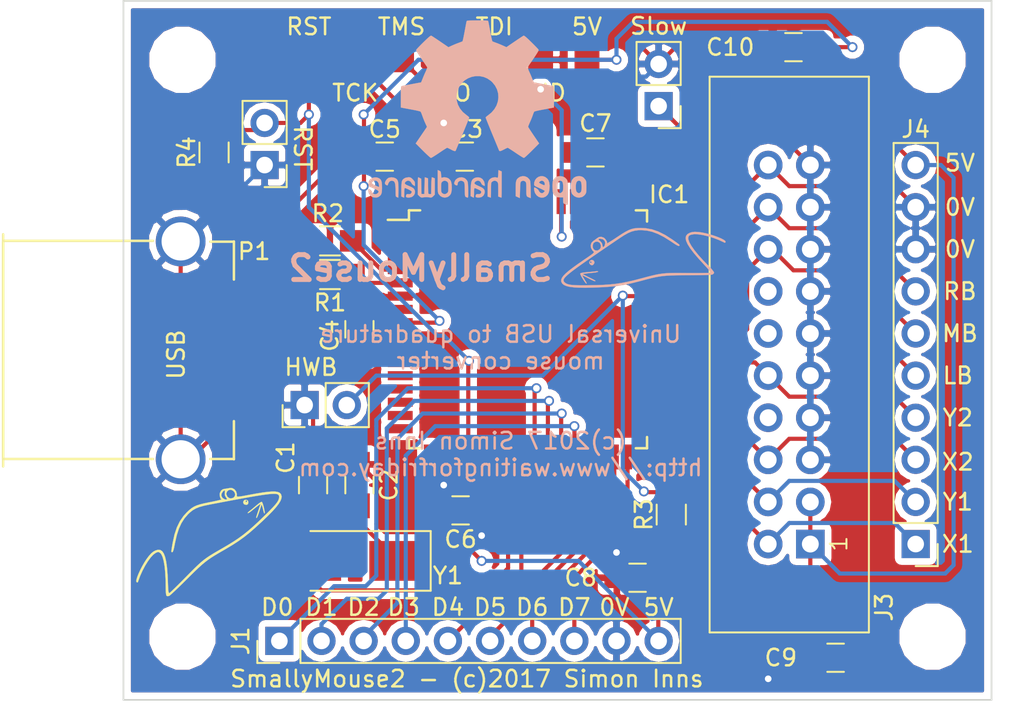
<source format=kicad_pcb>
(kicad_pcb (version 4) (host pcbnew 4.0.6)
  (layers (0 F.Cu signal) (31 B.Cu signal) (34 B.Paste user) (35 F.Paste user) (36 B.SilkS user) (37 F.SilkS user) (38 B.Mask user) (39 F.Mask user) (44 Edge.Cuts user))
  (net 0 "")
  (net 1 "Net-(C1-Pad1)")
  (net 2 GND)
  (net 3 "Net-(C2-Pad1)")
  (net 4 "Net-(C3-Pad1)")
  (net 5 "Net-(C4-Pad1)")
  (net 6 +5V)
  (net 7 "Net-(IC1-Pad1)")
  (net 8 "Net-(IC1-Pad2)")
  (net 9 "Net-(IC1-Pad4)")
  (net 10 "Net-(IC1-Pad5)")
  (net 11 "Net-(IC1-Pad9)")
  (net 12 "Net-(IC1-Pad10)")
  (net 13 "Net-(IC1-Pad11)")
  (net 14 "Net-(IC1-Pad12)")
  (net 15 "Net-(IC1-Pad13)")
  (net 16 "Net-(IC1-Pad14)")
  (net 17 "Net-(IC1-Pad15)")
  (net 18 "Net-(IC1-Pad16)")
  (net 19 "Net-(IC1-Pad17)")
  (net 20 "Net-(IC1-Pad18)")
  (net 21 "Net-(IC1-Pad19)")
  (net 22 "Net-(IC1-Pad20)")
  (net 23 "Net-(IC1-Pad25)")
  (net 24 "Net-(IC1-Pad26)")
  (net 25 "Net-(IC1-Pad27)")
  (net 26 "Net-(IC1-Pad28)")
  (net 27 "Net-(IC1-Pad29)")
  (net 28 "Net-(IC1-Pad30)")
  (net 29 "Net-(IC1-Pad31)")
  (net 30 "Net-(IC1-Pad32)")
  (net 31 "Net-(IC1-Pad33)")
  (net 32 "Net-(IC1-Pad34)")
  (net 33 X1)
  (net 34 Y1)
  (net 35 X2)
  (net 36 Y2)
  (net 37 L_Button)
  (net 38 M_Button)
  (net 39 R_Button)
  (net 40 "Net-(IC1-Pad42)")
  (net 41 "Net-(IC1-Pad43)")
  (net 42 "Net-(IC1-Pad44)")
  (net 43 "Net-(IC1-Pad45)")
  (net 44 "Net-(IC1-Pad46)")
  (net 45 "Net-(IC1-Pad47)")
  (net 46 "Net-(IC1-Pad48)")
  (net 47 "Net-(IC1-Pad49)")
  (net 48 "Net-(IC1-Pad50)")
  (net 49 "Net-(IC1-Pad51)")
  (net 50 "Net-(IC1-Pad54)")
  (net 51 "Net-(IC1-Pad55)")
  (net 52 "Net-(IC1-Pad56)")
  (net 53 "Net-(IC1-Pad57)")
  (net 54 "Net-(IC1-Pad58)")
  (net 55 "Net-(IC1-Pad59)")
  (net 56 "Net-(IC1-Pad60)")
  (net 57 "Net-(IC1-Pad61)")
  (net 58 "Net-(J3-Pad8)")
  (net 59 "Net-(J3-Pad12)")
  (net 60 "Net-(J3-Pad14)")
  (net 61 "Net-(P1-Pad3)")
  (net 62 "Net-(P1-Pad2)")
  (module SimonsFPLibrary2017:sm2logo (layer F.Cu) (at 125.857 112.522 45)
    (fp_text reference G*** hide)
    (fp_text value LOGO hide)
  )
  (module Capacitors_SMD:C_0805_HandSoldering (layer F.Cu) (at 132.334 109.474 90)
    (fp_text reference C1 (at 1.651 -1.651 90) (layer F.SilkS))
    (fp_text value 22pF)
    (pad 1 smd rect (at -1.25 0 90) (size 1.5 1.25) (layers F.Cu F.Paste F.Mask) (net 1 "Net-(C1-Pad1)"))
    (pad 2 smd rect (at 1.25 0 90) (size 1.5 1.25) (layers F.Cu F.Paste F.Mask) (net 2 GND))
  )
  (module Capacitors_SMD:C_0805_HandSoldering (layer F.Cu) (at 135.128 109.474 90)
    (fp_text reference C2 (at 0 1.778 90) (layer F.SilkS))
    (fp_text value 22pF)
    (pad 1 smd rect (at -1.25 0 90) (size 1.5 1.25) (layers F.Cu F.Paste F.Mask) (net 3 "Net-(C2-Pad1)"))
    (pad 2 smd rect (at 1.25 0 90) (size 1.5 1.25) (layers F.Cu F.Paste F.Mask) (net 2 GND))
  )
  (module Capacitors_SMD:C_0805_HandSoldering (layer F.Cu) (at 141.478 89.662 180)
    (fp_text reference C3 (at -0.127 1.651 180) (layer F.SilkS))
    (fp_text value 100nF)
    (pad 1 smd rect (at -1.25 0 180) (size 1.5 1.25) (layers F.Cu F.Paste F.Mask) (net 4 "Net-(C3-Pad1)"))
    (pad 2 smd rect (at 1.25 0 180) (size 1.5 1.25) (layers F.Cu F.Paste F.Mask) (net 2 GND))
  )
  (module Capacitors_SMD:C_0805_HandSoldering (layer F.Cu) (at 135.128 100.076 90)
    (fp_text reference C4 (at -0.381 -1.778 90) (layer F.SilkS))
    (fp_text value 1uF)
    (pad 1 smd rect (at -1.25 0 90) (size 1.5 1.25) (layers F.Cu F.Paste F.Mask) (net 5 "Net-(C4-Pad1)"))
    (pad 2 smd rect (at 1.25 0 90) (size 1.5 1.25) (layers F.Cu F.Paste F.Mask) (net 2 GND))
  )
  (module Capacitors_SMD:C_0805_HandSoldering (layer F.Cu) (at 136.652 89.662 180)
    (fp_text reference C5 (at 0 1.651 180) (layer F.SilkS))
    (fp_text value 100nF)
    (pad 1 smd rect (at -1.25 0 180) (size 1.5 1.25) (layers F.Cu F.Paste F.Mask) (net 2 GND))
    (pad 2 smd rect (at 1.25 0 180) (size 1.5 1.25) (layers F.Cu F.Paste F.Mask) (net 6 +5V))
  )
  (module Capacitors_SMD:C_0805_HandSoldering (layer F.Cu) (at 141.224 110.998 180)
    (fp_text reference C6 (at 0 -1.75 180) (layer F.SilkS))
    (fp_text value 100nF)
    (pad 1 smd rect (at -1.25 0 180) (size 1.5 1.25) (layers F.Cu F.Paste F.Mask) (net 2 GND))
    (pad 2 smd rect (at 1.25 0 180) (size 1.5 1.25) (layers F.Cu F.Paste F.Mask) (net 6 +5V))
  )
  (module Capacitors_SMD:C_0805_HandSoldering (layer F.Cu) (at 149.352 89.408)
    (fp_text reference C7 (at 0 -1.75) (layer F.SilkS))
    (fp_text value 100nF)
    (pad 1 smd rect (at -1.25 0) (size 1.5 1.25) (layers F.Cu F.Paste F.Mask) (net 2 GND))
    (pad 2 smd rect (at 1.25 0) (size 1.5 1.25) (layers F.Cu F.Paste F.Mask) (net 6 +5V))
  )
  (module Capacitors_SMD:C_0805_HandSoldering (layer F.Cu) (at 151.892 115.062)
    (fp_text reference C8 (at -3.429 0) (layer F.SilkS))
    (fp_text value 100nF)
    (pad 1 smd rect (at -1.25 0) (size 1.5 1.25) (layers F.Cu F.Paste F.Mask) (net 2 GND))
    (pad 2 smd rect (at 1.25 0) (size 1.5 1.25) (layers F.Cu F.Paste F.Mask) (net 6 +5V))
  )
  (module Capacitors_SMD:C_0805_HandSoldering (layer F.Cu) (at 163.83 119.888 180)
    (fp_text reference C9 (at 3.302 0 180) (layer F.SilkS))
    (fp_text value 100nF)
    (pad 1 smd rect (at -1.25 0 180) (size 1.5 1.25) (layers F.Cu F.Paste F.Mask) (net 2 GND))
    (pad 2 smd rect (at 1.25 0 180) (size 1.5 1.25) (layers F.Cu F.Paste F.Mask) (net 6 +5V))
  )
  (module Capacitors_SMD:C_0805_HandSoldering (layer F.Cu) (at 161.29 83.058)
    (fp_text reference C10 (at -3.81 0) (layer F.SilkS))
    (fp_text value 100nF)
    (pad 1 smd rect (at -1.25 0) (size 1.5 1.25) (layers F.Cu F.Paste F.Mask) (net 2 GND))
    (pad 2 smd rect (at 1.25 0) (size 1.5 1.25) (layers F.Cu F.Paste F.Mask) (net 6 +5V))
  )
  (module Housings_QFP:TQFP-64_14x14mm_Pitch0.8mm (layer F.Cu) (at 145.288 100.076)
    (fp_text reference IC1 (at 8.509 -8.128) (layer F.SilkS))
    (fp_text value AT90USB1287)
    (pad 1 smd rect (at -7.7 -6) (size 1.5 0.55) (layers F.Cu F.Paste F.Mask) (net 7 "Net-(IC1-Pad1)"))
    (pad 2 smd rect (at -7.7 -5.2) (size 1.5 0.55) (layers F.Cu F.Paste F.Mask) (net 8 "Net-(IC1-Pad2)"))
    (pad 3 smd rect (at -7.7 -4.4) (size 1.5 0.55) (layers F.Cu F.Paste F.Mask) (net 6 +5V))
    (pad 4 smd rect (at -7.7 -3.6) (size 1.5 0.55) (layers F.Cu F.Paste F.Mask) (net 9 "Net-(IC1-Pad4)"))
    (pad 5 smd rect (at -7.7 -2.8) (size 1.5 0.55) (layers F.Cu F.Paste F.Mask) (net 10 "Net-(IC1-Pad5)"))
    (pad 6 smd rect (at -7.7 -2) (size 1.5 0.55) (layers F.Cu F.Paste F.Mask) (net 2 GND))
    (pad 7 smd rect (at -7.7 -1.2) (size 1.5 0.55) (layers F.Cu F.Paste F.Mask) (net 5 "Net-(C4-Pad1)"))
    (pad 8 smd rect (at -7.7 -0.4) (size 1.5 0.55) (layers F.Cu F.Paste F.Mask) (net 6 +5V))
    (pad 9 smd rect (at -7.7 0.4) (size 1.5 0.55) (layers F.Cu F.Paste F.Mask) (net 11 "Net-(IC1-Pad9)"))
    (pad 10 smd rect (at -7.7 1.2) (size 1.5 0.55) (layers F.Cu F.Paste F.Mask) (net 12 "Net-(IC1-Pad10)"))
    (pad 11 smd rect (at -7.7 2) (size 1.5 0.55) (layers F.Cu F.Paste F.Mask) (net 13 "Net-(IC1-Pad11)"))
    (pad 12 smd rect (at -7.7 2.8) (size 1.5 0.55) (layers F.Cu F.Paste F.Mask) (net 14 "Net-(IC1-Pad12)"))
    (pad 13 smd rect (at -7.7 3.6) (size 1.5 0.55) (layers F.Cu F.Paste F.Mask) (net 15 "Net-(IC1-Pad13)"))
    (pad 14 smd rect (at -7.7 4.4) (size 1.5 0.55) (layers F.Cu F.Paste F.Mask) (net 16 "Net-(IC1-Pad14)"))
    (pad 15 smd rect (at -7.7 5.2) (size 1.5 0.55) (layers F.Cu F.Paste F.Mask) (net 17 "Net-(IC1-Pad15)"))
    (pad 16 smd rect (at -7.7 6) (size 1.5 0.55) (layers F.Cu F.Paste F.Mask) (net 18 "Net-(IC1-Pad16)"))
    (pad 17 smd rect (at -6 7.7 90) (size 1.5 0.55) (layers F.Cu F.Paste F.Mask) (net 19 "Net-(IC1-Pad17)"))
    (pad 18 smd rect (at -5.2 7.7 90) (size 1.5 0.55) (layers F.Cu F.Paste F.Mask) (net 20 "Net-(IC1-Pad18)"))
    (pad 19 smd rect (at -4.4 7.7 90) (size 1.5 0.55) (layers F.Cu F.Paste F.Mask) (net 21 "Net-(IC1-Pad19)"))
    (pad 20 smd rect (at -3.6 7.7 90) (size 1.5 0.55) (layers F.Cu F.Paste F.Mask) (net 22 "Net-(IC1-Pad20)"))
    (pad 21 smd rect (at -2.8 7.7 90) (size 1.5 0.55) (layers F.Cu F.Paste F.Mask) (net 6 +5V))
    (pad 22 smd rect (at -2 7.7 90) (size 1.5 0.55) (layers F.Cu F.Paste F.Mask) (net 2 GND))
    (pad 23 smd rect (at -1.2 7.7 90) (size 1.5 0.55) (layers F.Cu F.Paste F.Mask) (net 3 "Net-(C2-Pad1)"))
    (pad 24 smd rect (at -0.4 7.7 90) (size 1.5 0.55) (layers F.Cu F.Paste F.Mask) (net 1 "Net-(C1-Pad1)"))
    (pad 25 smd rect (at 0.4 7.7 90) (size 1.5 0.55) (layers F.Cu F.Paste F.Mask) (net 23 "Net-(IC1-Pad25)"))
    (pad 26 smd rect (at 1.2 7.7 90) (size 1.5 0.55) (layers F.Cu F.Paste F.Mask) (net 24 "Net-(IC1-Pad26)"))
    (pad 27 smd rect (at 2 7.7 90) (size 1.5 0.55) (layers F.Cu F.Paste F.Mask) (net 25 "Net-(IC1-Pad27)"))
    (pad 28 smd rect (at 2.8 7.7 90) (size 1.5 0.55) (layers F.Cu F.Paste F.Mask) (net 26 "Net-(IC1-Pad28)"))
    (pad 29 smd rect (at 3.6 7.7 90) (size 1.5 0.55) (layers F.Cu F.Paste F.Mask) (net 27 "Net-(IC1-Pad29)"))
    (pad 30 smd rect (at 4.4 7.7 90) (size 1.5 0.55) (layers F.Cu F.Paste F.Mask) (net 28 "Net-(IC1-Pad30)"))
    (pad 31 smd rect (at 5.2 7.7 90) (size 1.5 0.55) (layers F.Cu F.Paste F.Mask) (net 29 "Net-(IC1-Pad31)"))
    (pad 32 smd rect (at 6 7.7 90) (size 1.5 0.55) (layers F.Cu F.Paste F.Mask) (net 30 "Net-(IC1-Pad32)"))
    (pad 33 smd rect (at 7.7 6) (size 1.5 0.55) (layers F.Cu F.Paste F.Mask) (net 31 "Net-(IC1-Pad33)"))
    (pad 34 smd rect (at 7.7 5.2) (size 1.5 0.55) (layers F.Cu F.Paste F.Mask) (net 32 "Net-(IC1-Pad34)"))
    (pad 35 smd rect (at 7.7 4.4) (size 1.5 0.55) (layers F.Cu F.Paste F.Mask) (net 33 X1))
    (pad 36 smd rect (at 7.7 3.6) (size 1.5 0.55) (layers F.Cu F.Paste F.Mask) (net 34 Y1))
    (pad 37 smd rect (at 7.7 2.8) (size 1.5 0.55) (layers F.Cu F.Paste F.Mask) (net 35 X2))
    (pad 38 smd rect (at 7.7 2) (size 1.5 0.55) (layers F.Cu F.Paste F.Mask) (net 36 Y2))
    (pad 39 smd rect (at 7.7 1.2) (size 1.5 0.55) (layers F.Cu F.Paste F.Mask) (net 37 L_Button))
    (pad 40 smd rect (at 7.7 0.4) (size 1.5 0.55) (layers F.Cu F.Paste F.Mask) (net 38 M_Button))
    (pad 41 smd rect (at 7.7 -0.4) (size 1.5 0.55) (layers F.Cu F.Paste F.Mask) (net 39 R_Button))
    (pad 42 smd rect (at 7.7 -1.2) (size 1.5 0.55) (layers F.Cu F.Paste F.Mask) (net 40 "Net-(IC1-Pad42)"))
    (pad 43 smd rect (at 7.7 -2) (size 1.5 0.55) (layers F.Cu F.Paste F.Mask) (net 41 "Net-(IC1-Pad43)"))
    (pad 44 smd rect (at 7.7 -2.8) (size 1.5 0.55) (layers F.Cu F.Paste F.Mask) (net 42 "Net-(IC1-Pad44)"))
    (pad 45 smd rect (at 7.7 -3.6) (size 1.5 0.55) (layers F.Cu F.Paste F.Mask) (net 43 "Net-(IC1-Pad45)"))
    (pad 46 smd rect (at 7.7 -4.4) (size 1.5 0.55) (layers F.Cu F.Paste F.Mask) (net 44 "Net-(IC1-Pad46)"))
    (pad 47 smd rect (at 7.7 -5.2) (size 1.5 0.55) (layers F.Cu F.Paste F.Mask) (net 45 "Net-(IC1-Pad47)"))
    (pad 48 smd rect (at 7.7 -6) (size 1.5 0.55) (layers F.Cu F.Paste F.Mask) (net 46 "Net-(IC1-Pad48)"))
    (pad 49 smd rect (at 6 -7.7 90) (size 1.5 0.55) (layers F.Cu F.Paste F.Mask) (net 47 "Net-(IC1-Pad49)"))
    (pad 50 smd rect (at 5.2 -7.7 90) (size 1.5 0.55) (layers F.Cu F.Paste F.Mask) (net 48 "Net-(IC1-Pad50)"))
    (pad 51 smd rect (at 4.4 -7.7 90) (size 1.5 0.55) (layers F.Cu F.Paste F.Mask) (net 49 "Net-(IC1-Pad51)"))
    (pad 52 smd rect (at 3.6 -7.7 90) (size 1.5 0.55) (layers F.Cu F.Paste F.Mask) (net 6 +5V))
    (pad 53 smd rect (at 2.8 -7.7 90) (size 1.5 0.55) (layers F.Cu F.Paste F.Mask) (net 2 GND))
    (pad 54 smd rect (at 2 -7.7 90) (size 1.5 0.55) (layers F.Cu F.Paste F.Mask) (net 50 "Net-(IC1-Pad54)"))
    (pad 55 smd rect (at 1.2 -7.7 90) (size 1.5 0.55) (layers F.Cu F.Paste F.Mask) (net 51 "Net-(IC1-Pad55)"))
    (pad 56 smd rect (at 0.4 -7.7 90) (size 1.5 0.55) (layers F.Cu F.Paste F.Mask) (net 52 "Net-(IC1-Pad56)"))
    (pad 57 smd rect (at -0.4 -7.7 90) (size 1.5 0.55) (layers F.Cu F.Paste F.Mask) (net 53 "Net-(IC1-Pad57)"))
    (pad 58 smd rect (at -1.2 -7.7 90) (size 1.5 0.55) (layers F.Cu F.Paste F.Mask) (net 54 "Net-(IC1-Pad58)"))
    (pad 59 smd rect (at -2 -7.7 90) (size 1.5 0.55) (layers F.Cu F.Paste F.Mask) (net 55 "Net-(IC1-Pad59)"))
    (pad 60 smd rect (at -2.8 -7.7 90) (size 1.5 0.55) (layers F.Cu F.Paste F.Mask) (net 56 "Net-(IC1-Pad60)"))
    (pad 61 smd rect (at -3.6 -7.7 90) (size 1.5 0.55) (layers F.Cu F.Paste F.Mask) (net 57 "Net-(IC1-Pad61)"))
    (pad 62 smd rect (at -4.4 -7.7 90) (size 1.5 0.55) (layers F.Cu F.Paste F.Mask) (net 4 "Net-(C3-Pad1)"))
    (pad 63 smd rect (at -5.2 -7.7 90) (size 1.5 0.55) (layers F.Cu F.Paste F.Mask) (net 2 GND))
    (pad 64 smd rect (at -6 -7.7 90) (size 1.5 0.55) (layers F.Cu F.Paste F.Mask) (net 6 +5V))
  )
  (module Pin_Headers:Pin_Header_Straight_1x10_Pitch2.54mm (layer F.Cu) (at 130.302 118.872 90)
    (fp_text reference J1 (at 0 -2.33 90) (layer F.SilkS))
    (fp_text value "Exp Header")
    (pad 1 thru_hole rect (at 0 0 90) (size 1.7 1.7) (drill 1) (layers *.Cu *.Mask) (net 23 "Net-(IC1-Pad25)"))
    (pad 2 thru_hole oval (at 0 2.54 90) (size 1.7 1.7) (drill 1) (layers *.Cu *.Mask) (net 24 "Net-(IC1-Pad26)"))
    (pad 3 thru_hole oval (at 0 5.08 90) (size 1.7 1.7) (drill 1) (layers *.Cu *.Mask) (net 25 "Net-(IC1-Pad27)"))
    (pad 4 thru_hole oval (at 0 7.62 90) (size 1.7 1.7) (drill 1) (layers *.Cu *.Mask) (net 26 "Net-(IC1-Pad28)"))
    (pad 5 thru_hole oval (at 0 10.16 90) (size 1.7 1.7) (drill 1) (layers *.Cu *.Mask) (net 27 "Net-(IC1-Pad29)"))
    (pad 6 thru_hole oval (at 0 12.7 90) (size 1.7 1.7) (drill 1) (layers *.Cu *.Mask) (net 28 "Net-(IC1-Pad30)"))
    (pad 7 thru_hole oval (at 0 15.24 90) (size 1.7 1.7) (drill 1) (layers *.Cu *.Mask) (net 29 "Net-(IC1-Pad31)"))
    (pad 8 thru_hole oval (at 0 17.78 90) (size 1.7 1.7) (drill 1) (layers *.Cu *.Mask) (net 30 "Net-(IC1-Pad32)"))
    (pad 9 thru_hole oval (at 0 20.32 90) (size 1.7 1.7) (drill 1) (layers *.Cu *.Mask) (net 2 GND))
    (pad 10 thru_hole oval (at 0 22.86 90) (size 1.7 1.7) (drill 1) (layers *.Cu *.Mask) (net 6 +5V))
  )
  (module Pin_Headers:Pin_Header_Straight_1x02_Pitch2.54mm (layer F.Cu) (at 153.162 86.614 180)
    (fp_text reference J2 hide)
    (fp_text value Slow/Fast)
    (pad 1 thru_hole rect (at 0 0 180) (size 1.7 1.7) (drill 1) (layers *.Cu *.Mask) (net 45 "Net-(IC1-Pad47)"))
    (pad 2 thru_hole oval (at 0 2.54 180) (size 1.7 1.7) (drill 1) (layers *.Cu *.Mask) (net 2 GND))
  )
  (module Connectors:IDC_Header_Straight_20pins (layer F.Cu) (at 162.306 113.03 90)
    (fp_text reference J3 (at -3.81 4.445 90) (layer F.SilkS))
    (fp_text value BBC_UP_02X10)
    (fp_text user 1 (at 0.02 1.72 90) (layer F.SilkS) (effects (font (thickness 0.12))))
    (pad 1 thru_hole rect (at 0 0 90) (size 1.7272 1.7272) (drill 1.016) (layers *.Cu *.Mask) (net 6 +5V))
    (pad 2 thru_hole oval (at 0 -2.54 90) (size 1.7272 1.7272) (drill 1.016) (layers *.Cu *.Mask) (net 33 X1))
    (pad 3 thru_hole oval (at 2.54 0 90) (size 1.7272 1.7272) (drill 1.016) (layers *.Cu *.Mask) (net 6 +5V))
    (pad 4 thru_hole oval (at 2.54 -2.54 90) (size 1.7272 1.7272) (drill 1.016) (layers *.Cu *.Mask) (net 34 Y1))
    (pad 5 thru_hole oval (at 5.08 0 90) (size 1.7272 1.7272) (drill 1.016) (layers *.Cu *.Mask) (net 2 GND))
    (pad 6 thru_hole oval (at 5.08 -2.54 90) (size 1.7272 1.7272) (drill 1.016) (layers *.Cu *.Mask) (net 35 X2))
    (pad 7 thru_hole oval (at 7.62 0 90) (size 1.7272 1.7272) (drill 1.016) (layers *.Cu *.Mask) (net 2 GND))
    (pad 8 thru_hole oval (at 7.62 -2.54 90) (size 1.7272 1.7272) (drill 1.016) (layers *.Cu *.Mask) (net 58 "Net-(J3-Pad8)"))
    (pad 9 thru_hole oval (at 10.16 0 90) (size 1.7272 1.7272) (drill 1.016) (layers *.Cu *.Mask) (net 2 GND))
    (pad 10 thru_hole oval (at 10.16 -2.54 90) (size 1.7272 1.7272) (drill 1.016) (layers *.Cu *.Mask) (net 36 Y2))
    (pad 11 thru_hole oval (at 12.7 0 90) (size 1.7272 1.7272) (drill 1.016) (layers *.Cu *.Mask) (net 2 GND))
    (pad 12 thru_hole oval (at 12.7 -2.54 90) (size 1.7272 1.7272) (drill 1.016) (layers *.Cu *.Mask) (net 59 "Net-(J3-Pad12)"))
    (pad 13 thru_hole oval (at 15.24 0 90) (size 1.7272 1.7272) (drill 1.016) (layers *.Cu *.Mask) (net 2 GND))
    (pad 14 thru_hole oval (at 15.24 -2.54 90) (size 1.7272 1.7272) (drill 1.016) (layers *.Cu *.Mask) (net 60 "Net-(J3-Pad14)"))
    (pad 15 thru_hole oval (at 17.78 0 90) (size 1.7272 1.7272) (drill 1.016) (layers *.Cu *.Mask) (net 2 GND))
    (pad 16 thru_hole oval (at 17.78 -2.54 90) (size 1.7272 1.7272) (drill 1.016) (layers *.Cu *.Mask) (net 37 L_Button))
    (pad 17 thru_hole oval (at 20.32 0 90) (size 1.7272 1.7272) (drill 1.016) (layers *.Cu *.Mask) (net 2 GND))
    (pad 18 thru_hole oval (at 20.32 -2.54 90) (size 1.7272 1.7272) (drill 1.016) (layers *.Cu *.Mask) (net 38 M_Button))
    (pad 19 thru_hole oval (at 22.86 0 90) (size 1.7272 1.7272) (drill 1.016) (layers *.Cu *.Mask) (net 2 GND))
    (pad 20 thru_hole oval (at 22.86 -2.54 90) (size 1.7272 1.7272) (drill 1.016) (layers *.Cu *.Mask) (net 39 R_Button))
  )
  (module Pin_Headers:Pin_Header_Straight_1x10_Pitch2.54mm (layer F.Cu) (at 168.656 113.03 180)
    (fp_text reference J4 (at 0 25.019 180) (layer F.SilkS))
    (fp_text value "Universal output")
    (pad 1 thru_hole rect (at 0 0 180) (size 1.7 1.7) (drill 1) (layers *.Cu *.Mask) (net 33 X1))
    (pad 2 thru_hole oval (at 0 2.54 180) (size 1.7 1.7) (drill 1) (layers *.Cu *.Mask) (net 34 Y1))
    (pad 3 thru_hole oval (at 0 5.08 180) (size 1.7 1.7) (drill 1) (layers *.Cu *.Mask) (net 35 X2))
    (pad 4 thru_hole oval (at 0 7.62 180) (size 1.7 1.7) (drill 1) (layers *.Cu *.Mask) (net 36 Y2))
    (pad 5 thru_hole oval (at 0 10.16 180) (size 1.7 1.7) (drill 1) (layers *.Cu *.Mask) (net 37 L_Button))
    (pad 6 thru_hole oval (at 0 12.7 180) (size 1.7 1.7) (drill 1) (layers *.Cu *.Mask) (net 38 M_Button))
    (pad 7 thru_hole oval (at 0 15.24 180) (size 1.7 1.7) (drill 1) (layers *.Cu *.Mask) (net 39 R_Button))
    (pad 8 thru_hole oval (at 0 17.78 180) (size 1.7 1.7) (drill 1) (layers *.Cu *.Mask) (net 2 GND))
    (pad 9 thru_hole oval (at 0 20.32 180) (size 1.7 1.7) (drill 1) (layers *.Cu *.Mask) (net 2 GND))
    (pad 10 thru_hole oval (at 0 22.86 180) (size 1.7 1.7) (drill 1) (layers *.Cu *.Mask) (net 6 +5V))
  )
  (module SimonsFPLibrary2017:Amphenol_87583-2010BLF (layer F.Cu) (at 126.492 101.346 270)
    (fp_text reference P1 (at -5.969 -2.286 360) (layer F.SilkS))
    (fp_text value USB_A hide)
    (pad 5 thru_hole circle (at 6.57 2.14 270) (size 3 3) (drill 2.3) (layers *.Cu *.Mask) (net 2 GND))
    (pad 4 smd rect (at 3.5 -1.5 270) (size 1.12 2.88) (layers F.Cu F.Paste F.Mask) (net 2 GND))
    (pad 3 smd rect (at 1 -1.5 270) (size 1.12 2.88) (layers F.Cu F.Paste F.Mask) (net 61 "Net-(P1-Pad3)"))
    (pad 2 smd rect (at -1 -1.5 270) (size 1.12 2.88) (layers F.Cu F.Paste F.Mask) (net 62 "Net-(P1-Pad2)"))
    (pad 1 smd rect (at -3.5 -1.5 270) (size 1.12 2.88) (layers F.Cu F.Paste F.Mask) (net 6 +5V))
    (pad 5 thru_hole circle (at -6.57 2.14 270) (size 3 3) (drill 2.3) (layers *.Cu *.Mask) (net 2 GND))
  )
  (module Resistors_SMD:R_0805_HandSoldering (layer F.Cu) (at 133.35 96.774 180)
    (fp_text reference R1 (at 0 -1.7 180) (layer F.SilkS))
    (fp_text value 22R)
    (pad 1 smd rect (at -1.35 0 180) (size 1.5 1.3) (layers F.Cu F.Paste F.Mask) (net 10 "Net-(IC1-Pad5)"))
    (pad 2 smd rect (at 1.35 0 180) (size 1.5 1.3) (layers F.Cu F.Paste F.Mask) (net 61 "Net-(P1-Pad3)"))
  )
  (module Resistors_SMD:R_0805_HandSoldering (layer F.Cu) (at 133.35 94.742 180)
    (fp_text reference R2 (at 0.127 1.651 180) (layer F.SilkS))
    (fp_text value 22R)
    (pad 1 smd rect (at -1.35 0 180) (size 1.5 1.3) (layers F.Cu F.Paste F.Mask) (net 9 "Net-(IC1-Pad4)"))
    (pad 2 smd rect (at 1.35 0 180) (size 1.5 1.3) (layers F.Cu F.Paste F.Mask) (net 62 "Net-(P1-Pad2)"))
  )
  (module Measurement_Points:Measurement_Point_Square-SMD-Pad_Small (layer F.Cu) (at 132.08 83.82)
    (fp_text reference RST (at 0 -2) (layer F.SilkS))
    (fp_text value ~RESET)
    (pad 1 smd rect (at 0 0) (size 1.5 1.5) (layers F.Cu F.Mask) (net 22 "Net-(IC1-Pad20)"))
  )
  (module Measurement_Points:Measurement_Point_Square-SMD-Pad_Small (layer F.Cu) (at 137.668 83.82)
    (fp_text reference TMS (at 0 -2) (layer F.SilkS))
    (fp_text value TMS)
    (pad 1 smd rect (at 0 0) (size 1.5 1.5) (layers F.Cu F.Mask) (net 52 "Net-(IC1-Pad56)"))
  )
  (module Measurement_Points:Measurement_Point_Square-SMD-Pad_Small (layer F.Cu) (at 143.256 83.82)
    (fp_text reference TDI (at 0 -2) (layer F.SilkS))
    (fp_text value TDI)
    (pad 1 smd rect (at 0 0) (size 1.5 1.5) (layers F.Cu F.Mask) (net 50 "Net-(IC1-Pad54)"))
  )
  (module Measurement_Points:Measurement_Point_Square-SMD-Pad_Small (layer F.Cu) (at 146.05 83.82 180)
    (fp_text reference GND (at 0 -2 180) (layer F.SilkS))
    (fp_text value GND)
    (pad 1 smd rect (at 0 0 180) (size 1.5 1.5) (layers F.Cu F.Mask) (net 2 GND))
  )
  (module Measurement_Points:Measurement_Point_Square-SMD-Pad_Small (layer F.Cu) (at 134.874 83.82 180)
    (fp_text reference TCK (at 0 -2 180) (layer F.SilkS))
    (fp_text value TCK)
    (pad 1 smd rect (at 0 0 180) (size 1.5 1.5) (layers F.Cu F.Mask) (net 53 "Net-(IC1-Pad57)"))
  )
  (module Measurement_Points:Measurement_Point_Square-SMD-Pad_Small (layer F.Cu) (at 140.462 83.82 180)
    (fp_text reference TDO (at 0 -2 180) (layer F.SilkS))
    (fp_text value TDO)
    (pad 1 smd rect (at 0 0 180) (size 1.5 1.5) (layers F.Cu F.Mask) (net 51 "Net-(IC1-Pad55)"))
  )
  (module Measurement_Points:Measurement_Point_Square-SMD-Pad_Small (layer F.Cu) (at 148.844 83.82)
    (fp_text reference 5V (at 0 -2) (layer F.SilkS))
    (fp_text value +5V)
    (pad 1 smd rect (at 0 0) (size 1.5 1.5) (layers F.Cu F.Mask) (net 6 +5V))
  )
  (module Crystals:Crystal_SMD_5032-2pin_5.0x3.2mm_HandSoldering (layer F.Cu) (at 134.874 114.046 180)
    (fp_text reference Y1 (at -5.588 -0.889 180) (layer F.SilkS))
    (fp_text value "16 MHz Crystal")
    (pad 1 smd rect (at -2.6 0 180) (size 3.5 2.4) (layers F.Cu F.Paste F.Mask) (net 3 "Net-(C2-Pad1)"))
    (pad 2 smd rect (at 2.6 0 180) (size 3.5 2.4) (layers F.Cu F.Paste F.Mask) (net 1 "Net-(C1-Pad1)"))
  )
  (module Mounting_Holes:MountingHole_3.2mm_M3_ISO14580 (layer F.Cu) (at 124.46 83.82)
    (fp_text reference MK1 hide)
    (fp_text value Mounting_Hole)
    (pad 1 np_thru_hole circle (at 0 0) (size 3.2 3.2) (drill 3.2) (layers *.Cu *.Mask))
  )
  (module Mounting_Holes:MountingHole_3.2mm_M3_ISO14580 (layer F.Cu) (at 124.46 118.618)
    (fp_text reference MK2 hide)
    (fp_text value Mounting_Hole)
    (pad 1 np_thru_hole circle (at 0 0) (size 3.2 3.2) (drill 3.2) (layers *.Cu *.Mask))
  )
  (module Mounting_Holes:MountingHole_3.2mm_M3_ISO14580 (layer F.Cu) (at 169.672 83.82)
    (fp_text reference MK3 hide)
    (fp_text value Mounting_Hole)
    (pad 1 np_thru_hole circle (at 0 0) (size 3.2 3.2) (drill 3.2) (layers *.Cu *.Mask))
  )
  (module Mounting_Holes:MountingHole_3.2mm_M3_ISO14580 (layer F.Cu) (at 169.672 118.618)
    (fp_text reference MK4 hide)
    (fp_text value Mounting_Hole)
    (pad 1 np_thru_hole circle (at 0 0) (size 3.2 3.2) (drill 3.2) (layers *.Cu *.Mask))
  )
  (module Pin_Headers:Pin_Header_Straight_1x02_Pitch2.54mm (layer F.Cu) (at 131.826 104.648 90)
    (fp_text reference J5 hide)
    (fp_text value Bootloader)
    (pad 1 thru_hole rect (at 0 0 90) (size 1.7 1.7) (drill 1) (layers *.Cu *.Mask) (net 2 GND))
    (pad 2 thru_hole oval (at 0 2.54 90) (size 1.7 1.7) (drill 1) (layers *.Cu *.Mask) (net 41 "Net-(IC1-Pad43)"))
  )
  (module Pin_Headers:Pin_Header_Straight_1x02_Pitch2.54mm (layer F.Cu) (at 129.413 90.17 180)
    (fp_text reference J6 hide)
    (fp_text value Reset)
    (pad 1 thru_hole rect (at 0 0 180) (size 1.7 1.7) (drill 1) (layers *.Cu *.Mask) (net 2 GND))
    (pad 2 thru_hole oval (at 0 2.54 180) (size 1.7 1.7) (drill 1) (layers *.Cu *.Mask) (net 22 "Net-(IC1-Pad20)"))
  )
  (module Resistors_SMD:R_0805_HandSoldering (layer F.Cu) (at 153.924 111.252 270)
    (fp_text reference R3 (at 0 1.651 270) (layer F.SilkS))
    (fp_text value 10K)
    (pad 1 smd rect (at -1.35 0 270) (size 1.5 1.3) (layers F.Cu F.Paste F.Mask) (net 41 "Net-(IC1-Pad43)"))
    (pad 2 smd rect (at 1.35 0 270) (size 1.5 1.3) (layers F.Cu F.Paste F.Mask) (net 6 +5V))
  )
  (module Resistors_SMD:R_0805_HandSoldering (layer F.Cu) (at 126.365 89.408 270)
    (fp_text reference R4 (at 0 1.651 270) (layer F.SilkS))
    (fp_text value 10K)
    (pad 1 smd rect (at -1.35 0 270) (size 1.5 1.3) (layers F.Cu F.Paste F.Mask) (net 22 "Net-(IC1-Pad20)"))
    (pad 2 smd rect (at 1.35 0 270) (size 1.5 1.3) (layers F.Cu F.Paste F.Mask) (net 6 +5V))
  )
  (module Symbols:OSHW-Logo2_14.6x12mm_SilkScreen (layer B.Cu) (at 142.24 86.995 180)
    (fp_text reference REF*** hide)
    (fp_text value OSHW-Logo2_14.6x12mm_SilkScreen hide)
  )
  (module SimonsFPLibrary2017:sm2logo (layer B.Cu) (at 152.273 95.758 180)
    (fp_text reference G*** hide)
    (fp_text value LOGO hide)
  )
  (gr_text "Universal USB to quadrature\nmouse converter\n\n\n(c)2017 Simon Inns\nhttp://www.waitingforfriday.com" (at 143.637 104.394) (layer B.SilkS) (effects (font (size 1 1)) (justify mirror)))
  (gr_text SmallyMouse2 (at 138.811 96.393) (layer B.SilkS) (effects (font (size 1.5 1.5) (thickness 0.3)) (justify mirror)))
  (gr_text D7 (at 148.082 116.84) (layer F.SilkS) (effects (font (size 1 1))))
  (gr_text D6 (at 145.542 116.84) (layer F.SilkS) (effects (font (size 1 1))))
  (gr_text D5 (at 143.002 116.84) (layer F.SilkS) (effects (font (size 1 1))))
  (gr_text D4 (at 140.462 116.84) (layer F.SilkS) (effects (font (size 1 1))))
  (gr_text D3 (at 137.795 116.84) (layer F.SilkS) (effects (font (size 1 1))))
  (gr_text D2 (at 135.382 116.84) (layer F.SilkS) (effects (font (size 1 1))))
  (gr_text D1 (at 132.842 116.84) (layer F.SilkS) (effects (font (size 1 1))))
  (gr_text D0 (at 130.175 116.84) (layer F.SilkS) (effects (font (size 1 1))))
  (gr_text 0V (at 150.495 116.84) (layer F.SilkS) (effects (font (size 1 1))))
  (gr_text 5V (at 153.162 116.84) (layer F.SilkS) (effects (font (size 1 1))))
  (gr_text "SmallyMouse2 - (c)2017 Simon Inns" (at 141.605 121.158) (layer F.SilkS) (effects (font (size 1 1))))
  (gr_text USB (at 124.079 101.6 90) (layer F.SilkS) (effects (font (size 1 1))))
  (gr_text HWB (at 132.207 102.362) (layer F.SilkS) (effects (font (size 1 1))))
  (gr_text RST (at 131.699 89.154 270) (layer F.SilkS) (effects (font (size 1 1))))
  (gr_text Slow (at 153.162 81.788) (layer F.SilkS) (effects (font (size 1 1))))
  (gr_text X1 (at 171.196 113.03) (layer F.SilkS) (effects (font (size 1 1))))
  (gr_text Y1 (at 171.196 110.49) (layer F.SilkS) (effects (font (size 1 1))))
  (gr_text X2 (at 171.196 108.077) (layer F.SilkS) (effects (font (size 1 1))))
  (gr_text Y2 (at 171.196 105.41) (layer F.SilkS) (effects (font (size 1 1))))
  (gr_text LB (at 171.196 102.87) (layer F.SilkS) (effects (font (size 1 1))))
  (gr_text MB (at 171.323 100.33) (layer F.SilkS) (effects (font (size 1 1))))
  (gr_text RB (at 171.323 97.79) (layer F.SilkS) (effects (font (size 1 1))))
  (gr_text 0V (at 171.323 95.25) (layer F.SilkS) (effects (font (size 1 1))))
  (gr_text 0V (at 171.323 92.71) (layer F.SilkS) (effects (font (size 1 1))))
  (gr_text 5V (at 171.323 90.043) (layer F.SilkS) (effects (font (size 1 1))))
  (gr_line (start 120.904 122.428) (end 120.904 80.264) (angle 90) (layer Edge.Cuts) (width 0.1))
  (gr_line (start 173.228 122.428) (end 120.904 122.428) (angle 90) (layer Edge.Cuts) (width 0.1))
  (gr_line (start 173.228 80.264) (end 173.228 122.428) (angle 90) (layer Edge.Cuts) (width 0.1))
  (gr_line (start 120.904 80.264) (end 173.228 80.264) (angle 90) (layer Edge.Cuts) (width 0.1))
  (segment (start 132.334 110.724) (end 132.334 113.986) (width 0.25) (layer F.Cu) (net 1))
  (segment (start 132.334 113.986) (end 132.274 114.046) (width 0.25) (layer F.Cu) (net 1))
  (segment (start 132.274 114.046) (end 132.274 115.256) (width 0.25) (layer F.Cu) (net 1))
  (segment (start 144.888 114.954) (end 144.888 107.776) (width 0.25) (layer F.Cu) (net 1))
  (segment (start 144.018 115.824) (end 144.888 114.954) (width 0.25) (layer F.Cu) (net 1))
  (segment (start 143.002 115.824) (end 144.018 115.824) (width 0.25) (layer F.Cu) (net 1))
  (segment (start 132.842 115.824) (end 143.002 115.824) (width 0.25) (layer F.Cu) (net 1))
  (segment (start 132.274 115.256) (end 132.842 115.824) (width 0.25) (layer F.Cu) (net 1))
  (segment (start 131.826 104.648) (end 131.826 102.128) (width 0.25) (layer F.Cu) (net 2))
  (segment (start 131.826 102.128) (end 135.128 98.826) (width 0.25) (layer F.Cu) (net 2))
  (segment (start 131.826 104.648) (end 132.334 105.156) (width 0.25) (layer F.Cu) (net 2))
  (segment (start 132.334 105.156) (end 132.334 108.224) (width 0.25) (layer F.Cu) (net 2))
  (segment (start 129.413 90.17) (end 124.807 94.776) (width 0.25) (layer B.Cu) (net 2))
  (segment (start 124.807 94.776) (end 124.352 94.776) (width 0.25) (layer B.Cu) (net 2))
  (segment (start 150.642 115.062) (end 150.642 113.558) (width 0.25) (layer F.Cu) (net 2))
  (via (at 150.622 113.538) (size 0.6) (drill 0.4) (layers F.Cu B.Cu) (net 2))
  (segment (start 150.642 113.558) (end 150.622 113.538) (width 0.25) (layer F.Cu) (net 2))
  (segment (start 150.622 118.872) (end 150.622 115.082) (width 0.25) (layer F.Cu) (net 2))
  (segment (start 150.622 115.082) (end 150.642 115.062) (width 0.25) (layer F.Cu) (net 2))
  (segment (start 132.588 107.97) (end 132.334 108.224) (width 0.25) (layer F.Cu) (net 2))
  (segment (start 168.656 92.71) (end 168.656 95.25) (width 0.25) (layer F.Cu) (net 2))
  (segment (start 162.306 92.71) (end 162.306 95.25) (width 0.25) (layer B.Cu) (net 2))
  (segment (start 137.588 98.076) (end 135.878 98.076) (width 0.25) (layer F.Cu) (net 2))
  (segment (start 135.878 98.076) (end 135.128 98.826) (width 0.25) (layer F.Cu) (net 2))
  (segment (start 124.352 107.916) (end 124.352 94.776) (width 0.25) (layer F.Cu) (net 2))
  (segment (start 124.352 107.916) (end 124.922 107.916) (width 0.25) (layer F.Cu) (net 2))
  (segment (start 124.922 107.916) (end 127.992 104.846) (width 0.25) (layer F.Cu) (net 2))
  (segment (start 127.992 104.846) (end 128.956 104.846) (width 0.25) (layer F.Cu) (net 2))
  (segment (start 128.956 104.846) (end 132.334 108.224) (width 0.25) (layer F.Cu) (net 2))
  (segment (start 135.128 108.224) (end 136.378 109.474) (width 0.25) (layer F.Cu) (net 2))
  (segment (start 142.494 109.982) (end 142.494 112.522) (width 0.25) (layer B.Cu) (net 2))
  (segment (start 141.986 109.474) (end 142.494 109.982) (width 0.25) (layer B.Cu) (net 2))
  (segment (start 140.208 109.474) (end 141.986 109.474) (width 0.25) (layer B.Cu) (net 2))
  (via (at 140.208 109.474) (size 0.6) (drill 0.4) (layers F.Cu B.Cu) (net 2))
  (segment (start 136.378 109.474) (end 140.208 109.474) (width 0.25) (layer F.Cu) (net 2))
  (segment (start 142.474 110.998) (end 142.474 112.502) (width 0.25) (layer F.Cu) (net 2))
  (segment (start 142.474 112.502) (end 142.494 112.522) (width 0.25) (layer F.Cu) (net 2))
  (via (at 142.494 112.522) (size 0.6) (drill 0.4) (layers F.Cu B.Cu) (net 2))
  (segment (start 143.51 113.538) (end 150.622 113.538) (width 0.25) (layer B.Cu) (net 2))
  (segment (start 142.494 112.522) (end 143.51 113.538) (width 0.25) (layer B.Cu) (net 2))
  (segment (start 132.334 108.224) (end 135.128 108.224) (width 0.25) (layer F.Cu) (net 2))
  (segment (start 143.288 107.776) (end 143.288 110.184) (width 0.25) (layer F.Cu) (net 2))
  (segment (start 143.288 110.184) (end 142.474 110.998) (width 0.25) (layer F.Cu) (net 2))
  (segment (start 149.606 84.836) (end 141.478 84.836) (width 0.25) (layer B.Cu) (net 2))
  (segment (start 140.228 89.662) (end 140.228 87.65) (width 0.25) (layer F.Cu) (net 2))
  (segment (start 140.228 87.65) (end 140.208 87.63) (width 0.25) (layer F.Cu) (net 2))
  (via (at 140.208 87.63) (size 0.6) (drill 0.4) (layers F.Cu B.Cu) (net 2))
  (segment (start 140.208 87.63) (end 140.208 86.36) (width 0.25) (layer B.Cu) (net 2))
  (segment (start 140.208 86.36) (end 140.208 86.106) (width 0.25) (layer B.Cu) (net 2))
  (segment (start 140.208 86.106) (end 141.478 84.836) (width 0.25) (layer B.Cu) (net 2))
  (segment (start 152.4 84.836) (end 153.162 84.074) (width 0.25) (layer B.Cu) (net 2))
  (segment (start 149.606 84.836) (end 152.4 84.836) (width 0.25) (layer B.Cu) (net 2))
  (segment (start 140.088 92.376) (end 140.088 89.802) (width 0.25) (layer F.Cu) (net 2))
  (segment (start 140.088 89.802) (end 140.228 89.662) (width 0.25) (layer F.Cu) (net 2))
  (segment (start 137.902 89.662) (end 140.228 89.662) (width 0.25) (layer F.Cu) (net 2))
  (segment (start 153.162 84.074) (end 154.432 84.074) (width 0.25) (layer B.Cu) (net 2))
  (segment (start 154.432 84.074) (end 155.194 84.836) (width 0.25) (layer B.Cu) (net 2))
  (segment (start 155.194 84.836) (end 155.194 116.586) (width 0.25) (layer B.Cu) (net 2))
  (segment (start 162.306 90.17) (end 162.306 92.71) (width 0.25) (layer B.Cu) (net 2))
  (segment (start 162.306 95.25) (end 162.306 97.79) (width 0.25) (layer B.Cu) (net 2))
  (segment (start 162.306 97.79) (end 162.306 100.33) (width 0.25) (layer B.Cu) (net 2))
  (segment (start 162.306 100.33) (end 162.306 102.87) (width 0.25) (layer B.Cu) (net 2))
  (segment (start 162.306 102.87) (end 162.306 105.41) (width 0.25) (layer B.Cu) (net 2))
  (segment (start 162.306 105.41) (end 162.306 107.95) (width 0.25) (layer B.Cu) (net 2))
  (segment (start 146.05 83.82) (end 146.05 82.296) (width 0.25) (layer F.Cu) (net 2))
  (segment (start 146.05 82.296) (end 151.384 82.296) (width 0.25) (layer F.Cu) (net 2))
  (segment (start 151.384 82.296) (end 153.162 84.074) (width 0.25) (layer F.Cu) (net 2))
  (segment (start 160.04 83.058) (end 154.178 83.058) (width 0.25) (layer F.Cu) (net 2))
  (segment (start 154.178 83.058) (end 153.162 84.074) (width 0.25) (layer F.Cu) (net 2))
  (segment (start 168.656 92.71) (end 166.116 90.17) (width 0.25) (layer F.Cu) (net 2))
  (segment (start 166.116 90.17) (end 162.306 90.17) (width 0.25) (layer F.Cu) (net 2))
  (segment (start 162.306 90.17) (end 160.04 87.904) (width 0.25) (layer F.Cu) (net 2))
  (segment (start 160.04 87.904) (end 160.04 83.058) (width 0.25) (layer F.Cu) (net 2))
  (segment (start 146.05 83.82) (end 148.102 85.872) (width 0.25) (layer F.Cu) (net 2))
  (segment (start 148.102 85.872) (end 148.102 89.408) (width 0.25) (layer F.Cu) (net 2))
  (segment (start 148.102 89.408) (end 148.102 92.362) (width 0.25) (layer F.Cu) (net 2))
  (segment (start 148.102 92.362) (end 148.088 92.376) (width 0.25) (layer F.Cu) (net 2))
  (segment (start 165.08 119.888) (end 165.08 120.67) (width 0.25) (layer F.Cu) (net 2))
  (segment (start 165.08 120.67) (end 164.592 121.158) (width 0.25) (layer F.Cu) (net 2))
  (segment (start 164.592 121.158) (end 159.766 121.158) (width 0.25) (layer F.Cu) (net 2))
  (via (at 159.766 121.158) (size 0.6) (drill 0.4) (layers F.Cu B.Cu) (net 2))
  (segment (start 159.766 121.158) (end 155.194 116.586) (width 0.25) (layer B.Cu) (net 2))
  (segment (start 155.194 116.586) (end 152.146 113.538) (width 0.25) (layer B.Cu) (net 2))
  (segment (start 152.146 113.538) (end 150.622 113.538) (width 0.25) (layer B.Cu) (net 2))
  (segment (start 150.642 118.852) (end 150.622 118.872) (width 0.25) (layer F.Cu) (net 2))
  (segment (start 162.306 107.95) (end 164.846 107.95) (width 0.25) (layer F.Cu) (net 2))
  (segment (start 165.08 108.184) (end 165.08 119.888) (width 0.25) (layer F.Cu) (net 2))
  (segment (start 164.846 107.95) (end 165.08 108.184) (width 0.25) (layer F.Cu) (net 2))
  (segment (start 144.088 107.776) (end 144.088 114.484) (width 0.25) (layer F.Cu) (net 3))
  (segment (start 143.51 115.062) (end 138.49 115.062) (width 0.25) (layer F.Cu) (net 3))
  (segment (start 144.088 114.484) (end 143.51 115.062) (width 0.25) (layer F.Cu) (net 3))
  (segment (start 138.49 115.062) (end 137.474 114.046) (width 0.25) (layer F.Cu) (net 3))
  (segment (start 135.128 110.724) (end 135.128 111.7) (width 0.25) (layer F.Cu) (net 3))
  (segment (start 135.128 111.7) (end 137.474 114.046) (width 0.25) (layer F.Cu) (net 3))
  (segment (start 140.888 92.376) (end 140.888 91.502) (width 0.25) (layer F.Cu) (net 4))
  (segment (start 140.888 91.502) (end 142.728 89.662) (width 0.25) (layer F.Cu) (net 4))
  (segment (start 137.588 98.876) (end 136.328 98.876) (width 0.25) (layer F.Cu) (net 5))
  (segment (start 136.144 100.31) (end 135.128 101.326) (width 0.25) (layer F.Cu) (net 5))
  (segment (start 136.144 99.06) (end 136.144 100.31) (width 0.25) (layer F.Cu) (net 5))
  (segment (start 136.328 98.876) (end 136.144 99.06) (width 0.25) (layer F.Cu) (net 5))
  (segment (start 153.924 112.602) (end 153.924 114.28) (width 0.25) (layer F.Cu) (net 6))
  (segment (start 153.924 114.28) (end 153.142 115.062) (width 0.25) (layer F.Cu) (net 6))
  (segment (start 126.365 90.758) (end 127.992 92.385) (width 0.25) (layer F.Cu) (net 6))
  (segment (start 127.992 92.385) (end 127.992 97.846) (width 0.25) (layer F.Cu) (net 6))
  (segment (start 127.992 97.846) (end 127.992 97.814) (width 0.25) (layer F.Cu) (net 6))
  (segment (start 127.992 97.814) (end 129.54 96.266) (width 0.25) (layer F.Cu) (net 6))
  (segment (start 129.54 96.266) (end 129.54 94.234) (width 0.25) (layer F.Cu) (net 6))
  (segment (start 129.54 94.234) (end 134.112 89.662) (width 0.25) (layer F.Cu) (net 6))
  (segment (start 134.112 89.662) (end 135.402 89.662) (width 0.25) (layer F.Cu) (net 6))
  (segment (start 137.588 99.676) (end 139.846 99.676) (width 0.25) (layer F.Cu) (net 6))
  (segment (start 135.402 91.42) (end 135.402 89.662) (width 0.25) (layer F.Cu) (net 6))
  (segment (start 135.382 91.44) (end 135.402 91.42) (width 0.25) (layer F.Cu) (net 6))
  (via (at 135.382 91.44) (size 0.6) (drill 0.4) (layers F.Cu B.Cu) (net 6))
  (segment (start 135.382 94.996) (end 135.382 91.44) (width 0.25) (layer B.Cu) (net 6))
  (segment (start 139.954 99.568) (end 135.382 94.996) (width 0.25) (layer B.Cu) (net 6))
  (via (at 139.954 99.568) (size 0.6) (drill 0.4) (layers F.Cu B.Cu) (net 6))
  (segment (start 139.846 99.676) (end 139.954 99.568) (width 0.25) (layer F.Cu) (net 6))
  (segment (start 139.974 110.998) (end 139.974 111.526) (width 0.25) (layer F.Cu) (net 6))
  (segment (start 139.974 111.526) (end 142.494 114.046) (width 0.25) (layer F.Cu) (net 6))
  (segment (start 148.336 114.046) (end 153.162 118.872) (width 0.25) (layer B.Cu) (net 6))
  (segment (start 142.494 114.046) (end 148.336 114.046) (width 0.25) (layer B.Cu) (net 6))
  (via (at 142.494 114.046) (size 0.6) (drill 0.4) (layers F.Cu B.Cu) (net 6))
  (segment (start 142.488 107.776) (end 142.488 108.972) (width 0.25) (layer F.Cu) (net 6))
  (segment (start 141.244 109.728) (end 139.974 110.998) (width 0.25) (layer F.Cu) (net 6))
  (segment (start 141.732 109.728) (end 141.244 109.728) (width 0.25) (layer F.Cu) (net 6))
  (segment (start 142.488 108.972) (end 141.732 109.728) (width 0.25) (layer F.Cu) (net 6))
  (segment (start 137.588 95.676) (end 138.766 95.676) (width 0.25) (layer F.Cu) (net 6))
  (segment (start 139.288 95.154) (end 139.288 92.376) (width 0.25) (layer F.Cu) (net 6))
  (segment (start 138.766 95.676) (end 139.288 95.154) (width 0.25) (layer F.Cu) (net 6))
  (segment (start 139.288 92.376) (end 138.116 92.376) (width 0.25) (layer F.Cu) (net 6))
  (segment (start 138.116 92.376) (end 135.402 89.662) (width 0.25) (layer F.Cu) (net 6))
  (segment (start 135.402 89.662) (end 135.402 87.142) (width 0.25) (layer F.Cu) (net 6))
  (segment (start 138.684 83.82) (end 150.622 83.82) (width 0.25) (layer B.Cu) (net 6))
  (segment (start 135.382 87.122) (end 138.684 83.82) (width 0.25) (layer B.Cu) (net 6))
  (via (at 135.382 87.122) (size 0.6) (drill 0.4) (layers F.Cu B.Cu) (net 6))
  (segment (start 135.402 87.142) (end 135.382 87.122) (width 0.25) (layer F.Cu) (net 6))
  (segment (start 162.54 83.058) (end 164.846 83.058) (width 0.25) (layer F.Cu) (net 6))
  (segment (start 150.622 83.82) (end 148.844 83.82) (width 0.25) (layer F.Cu) (net 6))
  (via (at 150.622 83.82) (size 0.6) (drill 0.4) (layers F.Cu B.Cu) (net 6))
  (segment (start 150.622 82.55) (end 150.622 83.82) (width 0.25) (layer B.Cu) (net 6))
  (segment (start 151.638 81.534) (end 150.622 82.55) (width 0.25) (layer B.Cu) (net 6))
  (segment (start 163.322 81.534) (end 151.638 81.534) (width 0.25) (layer B.Cu) (net 6))
  (segment (start 164.846 83.058) (end 163.322 81.534) (width 0.25) (layer B.Cu) (net 6))
  (via (at 164.846 83.058) (size 0.6) (drill 0.4) (layers F.Cu B.Cu) (net 6))
  (segment (start 162.306 113.03) (end 164.084 114.808) (width 0.25) (layer B.Cu) (net 6))
  (segment (start 170.18 90.17) (end 168.656 90.17) (width 0.25) (layer B.Cu) (net 6))
  (segment (start 170.942 90.932) (end 170.18 90.17) (width 0.25) (layer B.Cu) (net 6))
  (segment (start 170.942 114.3) (end 170.942 90.932) (width 0.25) (layer B.Cu) (net 6))
  (segment (start 170.434 114.808) (end 170.942 114.3) (width 0.25) (layer B.Cu) (net 6))
  (segment (start 164.084 114.808) (end 170.434 114.808) (width 0.25) (layer B.Cu) (net 6))
  (segment (start 162.306 110.49) (end 162.306 113.03) (width 0.25) (layer F.Cu) (net 6))
  (segment (start 168.656 90.17) (end 162.54 84.054) (width 0.25) (layer F.Cu) (net 6))
  (segment (start 162.54 84.054) (end 162.54 83.058) (width 0.25) (layer F.Cu) (net 6))
  (segment (start 148.844 83.82) (end 150.602 85.578) (width 0.25) (layer F.Cu) (net 6))
  (segment (start 150.602 85.578) (end 150.602 89.408) (width 0.25) (layer F.Cu) (net 6))
  (segment (start 150.602 89.408) (end 148.888 91.122) (width 0.25) (layer F.Cu) (net 6))
  (segment (start 148.888 91.122) (end 148.888 92.376) (width 0.25) (layer F.Cu) (net 6))
  (segment (start 153.142 115.062) (end 153.142 118.852) (width 0.25) (layer F.Cu) (net 6))
  (segment (start 153.142 118.852) (end 153.162 118.872) (width 0.25) (layer F.Cu) (net 6))
  (segment (start 162.58 119.888) (end 157.968 119.888) (width 0.25) (layer F.Cu) (net 6))
  (segment (start 157.968 119.888) (end 153.142 115.062) (width 0.25) (layer F.Cu) (net 6))
  (segment (start 162.306 113.03) (end 162.306 119.614) (width 0.25) (layer F.Cu) (net 6))
  (segment (start 162.306 119.614) (end 162.58 119.888) (width 0.25) (layer F.Cu) (net 6))
  (segment (start 137.588 96.476) (end 136.434 96.476) (width 0.25) (layer F.Cu) (net 9))
  (segment (start 136.434 96.476) (end 134.7 94.742) (width 0.25) (layer F.Cu) (net 9))
  (segment (start 137.588 97.276) (end 135.202 97.276) (width 0.25) (layer F.Cu) (net 10))
  (segment (start 135.202 97.276) (end 134.7 96.774) (width 0.25) (layer F.Cu) (net 10))
  (segment (start 141.688 107.776) (end 141.688 102.025) (width 0.25) (layer F.Cu) (net 22))
  (via (at 132.08 87.122) (size 0.6) (drill 0.4) (layers F.Cu B.Cu) (net 22))
  (segment (start 132.08 92.71) (end 132.08 87.122) (width 0.25) (layer B.Cu) (net 22))
  (segment (start 139.827 100.457) (end 132.08 92.71) (width 0.25) (layer B.Cu) (net 22))
  (segment (start 140.208 100.457) (end 139.827 100.457) (width 0.25) (layer B.Cu) (net 22))
  (segment (start 141.732 101.981) (end 140.208 100.457) (width 0.25) (layer B.Cu) (net 22))
  (via (at 141.732 101.981) (size 0.6) (drill 0.4) (layers F.Cu B.Cu) (net 22))
  (segment (start 141.688 102.025) (end 141.732 101.981) (width 0.25) (layer F.Cu) (net 22))
  (segment (start 132.08 87.122) (end 131.953 87.122) (width 0.25) (layer F.Cu) (net 22))
  (segment (start 131.953 87.122) (end 131.953 87.249) (width 0.25) (layer F.Cu) (net 22))
  (segment (start 126.365 88.058) (end 128.985 88.058) (width 0.25) (layer F.Cu) (net 22))
  (segment (start 128.985 88.058) (end 129.413 87.63) (width 0.25) (layer F.Cu) (net 22))
  (segment (start 129.413 87.63) (end 131.572 87.63) (width 0.25) (layer F.Cu) (net 22))
  (segment (start 131.572 87.63) (end 131.953 87.249) (width 0.25) (layer F.Cu) (net 22))
  (segment (start 131.953 87.249) (end 132.08 87.122) (width 0.25) (layer F.Cu) (net 22))
  (segment (start 132.08 87.122) (end 132.08 83.82) (width 0.25) (layer F.Cu) (net 22))
  (segment (start 130.302 118.872) (end 133.604 115.57) (width 0.25) (layer B.Cu) (net 23))
  (segment (start 136.144 105.537) (end 138.049 103.632) (width 0.25) (layer B.Cu) (net 23))
  (segment (start 136.144 105.918) (end 136.144 105.537) (width 0.25) (layer B.Cu) (net 23))
  (segment (start 136.144 114.935) (end 136.144 105.918) (width 0.25) (layer B.Cu) (net 23))
  (segment (start 135.509 115.57) (end 136.144 114.935) (width 0.25) (layer B.Cu) (net 23))
  (segment (start 133.604 115.57) (end 135.509 115.57) (width 0.25) (layer B.Cu) (net 23))
  (segment (start 145.688 107.776) (end 145.688 103.74) (width 0.25) (layer F.Cu) (net 23))
  (segment (start 145.796 103.632) (end 138.049 103.632) (width 0.25) (layer B.Cu) (net 23))
  (via (at 145.796 103.632) (size 0.6) (drill 0.4) (layers F.Cu B.Cu) (net 23))
  (segment (start 145.688 103.74) (end 145.796 103.632) (width 0.25) (layer F.Cu) (net 23))
  (segment (start 132.842 118.872) (end 132.842 117.856) (width 0.25) (layer B.Cu) (net 24))
  (segment (start 136.779 106.045) (end 138.43 104.394) (width 0.25) (layer B.Cu) (net 24))
  (segment (start 136.779 115.824) (end 136.779 106.045) (width 0.25) (layer B.Cu) (net 24))
  (segment (start 136.271 116.332) (end 136.779 115.824) (width 0.25) (layer B.Cu) (net 24))
  (segment (start 134.366 116.332) (end 136.271 116.332) (width 0.25) (layer B.Cu) (net 24))
  (segment (start 132.842 117.856) (end 134.366 116.332) (width 0.25) (layer B.Cu) (net 24))
  (segment (start 146.488 107.776) (end 146.488 104.464) (width 0.25) (layer F.Cu) (net 24))
  (segment (start 146.558 104.394) (end 138.43 104.394) (width 0.25) (layer B.Cu) (net 24))
  (via (at 146.558 104.394) (size 0.6) (drill 0.4) (layers F.Cu B.Cu) (net 24))
  (segment (start 146.488 104.464) (end 146.558 104.394) (width 0.25) (layer F.Cu) (net 24))
  (segment (start 135.382 118.872) (end 135.382 118.618) (width 0.25) (layer B.Cu) (net 25))
  (segment (start 135.382 118.618) (end 137.414 116.586) (width 0.25) (layer B.Cu) (net 25))
  (segment (start 137.414 106.68) (end 138.938 105.156) (width 0.25) (layer B.Cu) (net 25))
  (segment (start 137.414 116.586) (end 137.414 106.68) (width 0.25) (layer B.Cu) (net 25))
  (segment (start 147.288 107.776) (end 147.288 105.188) (width 0.25) (layer F.Cu) (net 25))
  (segment (start 147.32 105.156) (end 138.938 105.156) (width 0.25) (layer B.Cu) (net 25))
  (via (at 147.32 105.156) (size 0.6) (drill 0.4) (layers F.Cu B.Cu) (net 25))
  (segment (start 147.288 105.188) (end 147.32 105.156) (width 0.25) (layer F.Cu) (net 25))
  (segment (start 148.088 107.776) (end 148.088 105.924) (width 0.25) (layer F.Cu) (net 26))
  (segment (start 137.922 107.696) (end 137.922 118.872) (width 0.25) (layer B.Cu) (net 26))
  (segment (start 139.7 105.918) (end 137.922 107.696) (width 0.25) (layer B.Cu) (net 26))
  (segment (start 148.082 105.918) (end 139.7 105.918) (width 0.25) (layer B.Cu) (net 26))
  (via (at 148.082 105.918) (size 0.6) (drill 0.4) (layers F.Cu B.Cu) (net 26))
  (segment (start 148.088 105.924) (end 148.082 105.918) (width 0.25) (layer F.Cu) (net 26))
  (segment (start 148.888 107.776) (end 148.888 111.97) (width 0.25) (layer F.Cu) (net 27))
  (segment (start 142.24 117.094) (end 140.462 118.872) (width 0.25) (layer F.Cu) (net 27))
  (segment (start 143.764 117.094) (end 142.24 117.094) (width 0.25) (layer F.Cu) (net 27))
  (segment (start 148.888 111.97) (end 143.764 117.094) (width 0.25) (layer F.Cu) (net 27))
  (segment (start 149.688 107.776) (end 149.688 111.932) (width 0.25) (layer F.Cu) (net 28))
  (segment (start 149.688 111.932) (end 143.002 118.618) (width 0.25) (layer F.Cu) (net 28))
  (segment (start 143.002 118.618) (end 143.002 118.872) (width 0.25) (layer F.Cu) (net 28))
  (segment (start 150.488 107.776) (end 150.488 111.894) (width 0.25) (layer F.Cu) (net 29))
  (segment (start 145.542 116.84) (end 145.542 118.872) (width 0.25) (layer F.Cu) (net 29))
  (segment (start 150.488 111.894) (end 145.542 116.84) (width 0.25) (layer F.Cu) (net 29))
  (segment (start 151.288 107.776) (end 151.288 111.856) (width 0.25) (layer F.Cu) (net 30))
  (segment (start 148.082 115.062) (end 148.082 118.872) (width 0.25) (layer F.Cu) (net 30))
  (segment (start 151.288 111.856) (end 148.082 115.062) (width 0.25) (layer F.Cu) (net 30))
  (segment (start 159.766 113.03) (end 161.036 111.76) (width 0.25) (layer B.Cu) (net 33))
  (segment (start 167.386 111.76) (end 168.656 113.03) (width 0.25) (layer B.Cu) (net 33))
  (segment (start 161.036 111.76) (end 167.386 111.76) (width 0.25) (layer B.Cu) (net 33))
  (segment (start 152.988 104.476) (end 156.292 104.476) (width 0.25) (layer F.Cu) (net 33))
  (segment (start 157.226 110.49) (end 159.766 113.03) (width 0.25) (layer F.Cu) (net 33))
  (segment (start 157.226 105.41) (end 157.226 110.49) (width 0.25) (layer F.Cu) (net 33))
  (segment (start 156.292 104.476) (end 157.226 105.41) (width 0.25) (layer F.Cu) (net 33))
  (segment (start 159.766 110.49) (end 161.036 109.22) (width 0.25) (layer B.Cu) (net 34))
  (segment (start 167.386 109.22) (end 168.656 110.49) (width 0.25) (layer B.Cu) (net 34))
  (segment (start 161.036 109.22) (end 167.386 109.22) (width 0.25) (layer B.Cu) (net 34))
  (segment (start 152.988 103.676) (end 157.016 103.676) (width 0.25) (layer F.Cu) (net 34))
  (segment (start 157.734 108.458) (end 159.766 110.49) (width 0.25) (layer F.Cu) (net 34))
  (segment (start 157.734 104.394) (end 157.734 108.458) (width 0.25) (layer F.Cu) (net 34))
  (segment (start 157.016 103.676) (end 157.734 104.394) (width 0.25) (layer F.Cu) (net 34))
  (segment (start 159.766 107.95) (end 161.036 106.68) (width 0.25) (layer F.Cu) (net 35))
  (segment (start 167.386 106.68) (end 168.656 107.95) (width 0.25) (layer F.Cu) (net 35))
  (segment (start 161.036 106.68) (end 167.386 106.68) (width 0.25) (layer F.Cu) (net 35))
  (segment (start 152.988 102.876) (end 157.232 102.876) (width 0.25) (layer F.Cu) (net 35))
  (segment (start 158.242 106.426) (end 159.766 107.95) (width 0.25) (layer F.Cu) (net 35))
  (segment (start 158.242 103.886) (end 158.242 106.426) (width 0.25) (layer F.Cu) (net 35))
  (segment (start 157.232 102.876) (end 158.242 103.886) (width 0.25) (layer F.Cu) (net 35))
  (segment (start 159.766 102.87) (end 161.036 104.14) (width 0.25) (layer F.Cu) (net 36))
  (segment (start 167.386 104.14) (end 168.656 105.41) (width 0.25) (layer F.Cu) (net 36))
  (segment (start 161.036 104.14) (end 167.386 104.14) (width 0.25) (layer F.Cu) (net 36))
  (segment (start 152.988 102.076) (end 158.972 102.076) (width 0.25) (layer F.Cu) (net 36))
  (segment (start 158.972 102.076) (end 159.766 102.87) (width 0.25) (layer F.Cu) (net 36))
  (segment (start 159.766 95.25) (end 160.02 95.25) (width 0.25) (layer F.Cu) (net 37))
  (segment (start 160.02 95.25) (end 161.29 96.52) (width 0.25) (layer F.Cu) (net 37))
  (segment (start 165.354 99.568) (end 168.656 102.87) (width 0.25) (layer F.Cu) (net 37))
  (segment (start 165.354 97.282) (end 165.354 99.568) (width 0.25) (layer F.Cu) (net 37))
  (segment (start 164.592 96.52) (end 165.354 97.282) (width 0.25) (layer F.Cu) (net 37))
  (segment (start 161.29 96.52) (end 164.592 96.52) (width 0.25) (layer F.Cu) (net 37))
  (segment (start 152.988 101.276) (end 157.296 101.276) (width 0.25) (layer F.Cu) (net 37))
  (segment (start 158.496 96.52) (end 159.766 95.25) (width 0.25) (layer F.Cu) (net 37))
  (segment (start 158.496 100.076) (end 158.496 96.52) (width 0.25) (layer F.Cu) (net 37))
  (segment (start 157.296 101.276) (end 158.496 100.076) (width 0.25) (layer F.Cu) (net 37))
  (segment (start 159.766 92.71) (end 161.036 93.98) (width 0.25) (layer F.Cu) (net 38))
  (segment (start 166.116 97.79) (end 168.656 100.33) (width 0.25) (layer F.Cu) (net 38))
  (segment (start 166.116 94.488) (end 166.116 97.79) (width 0.25) (layer F.Cu) (net 38))
  (segment (start 165.608 93.98) (end 166.116 94.488) (width 0.25) (layer F.Cu) (net 38))
  (segment (start 161.036 93.98) (end 165.608 93.98) (width 0.25) (layer F.Cu) (net 38))
  (segment (start 152.988 100.476) (end 157.08 100.476) (width 0.25) (layer F.Cu) (net 38))
  (segment (start 157.988 94.488) (end 159.766 92.71) (width 0.25) (layer F.Cu) (net 38))
  (segment (start 157.988 99.568) (end 157.988 94.488) (width 0.25) (layer F.Cu) (net 38))
  (segment (start 157.08 100.476) (end 157.988 99.568) (width 0.25) (layer F.Cu) (net 38))
  (segment (start 159.766 90.17) (end 161.036 91.44) (width 0.25) (layer F.Cu) (net 39))
  (segment (start 166.878 96.012) (end 168.656 97.79) (width 0.25) (layer F.Cu) (net 39))
  (segment (start 166.878 92.202) (end 166.878 96.012) (width 0.25) (layer F.Cu) (net 39))
  (segment (start 166.116 91.44) (end 166.878 92.202) (width 0.25) (layer F.Cu) (net 39))
  (segment (start 161.036 91.44) (end 166.116 91.44) (width 0.25) (layer F.Cu) (net 39))
  (segment (start 152.988 99.676) (end 156.864 99.676) (width 0.25) (layer F.Cu) (net 39))
  (segment (start 157.48 92.456) (end 159.766 90.17) (width 0.25) (layer F.Cu) (net 39))
  (segment (start 157.48 99.06) (end 157.48 92.456) (width 0.25) (layer F.Cu) (net 39))
  (segment (start 156.864 99.676) (end 157.48 99.06) (width 0.25) (layer F.Cu) (net 39))
  (segment (start 153.924 109.902) (end 152.32 109.902) (width 0.25) (layer F.Cu) (net 41))
  (segment (start 151.003 108.585) (end 151.003 98.044) (width 0.25) (layer B.Cu) (net 41))
  (segment (start 152.273 109.855) (end 151.003 108.585) (width 0.25) (layer B.Cu) (net 41))
  (via (at 152.273 109.855) (size 0.6) (drill 0.4) (layers F.Cu B.Cu) (net 41))
  (segment (start 152.32 109.902) (end 152.273 109.855) (width 0.25) (layer F.Cu) (net 41))
  (segment (start 152.988 98.076) (end 151.035 98.076) (width 0.25) (layer F.Cu) (net 41))
  (segment (start 136.144 102.87) (end 134.366 104.648) (width 0.25) (layer B.Cu) (net 41))
  (segment (start 146.177 102.87) (end 136.144 102.87) (width 0.25) (layer B.Cu) (net 41))
  (segment (start 151.003 98.044) (end 146.177 102.87) (width 0.25) (layer B.Cu) (net 41))
  (via (at 151.003 98.044) (size 0.6) (drill 0.4) (layers F.Cu B.Cu) (net 41))
  (segment (start 151.035 98.076) (end 151.003 98.044) (width 0.25) (layer F.Cu) (net 41))
  (segment (start 152.988 94.876) (end 154.044 94.876) (width 0.25) (layer F.Cu) (net 45))
  (segment (start 154.94 88.392) (end 153.162 86.614) (width 0.25) (layer F.Cu) (net 45))
  (segment (start 154.94 93.98) (end 154.94 88.392) (width 0.25) (layer F.Cu) (net 45))
  (segment (start 154.044 94.876) (end 154.94 93.98) (width 0.25) (layer F.Cu) (net 45))
  (segment (start 147.288 92.376) (end 147.288 94.456) (width 0.25) (layer F.Cu) (net 50))
  (segment (start 145.034 85.598) (end 143.256 83.82) (width 0.25) (layer F.Cu) (net 50))
  (segment (start 146.05 85.598) (end 145.034 85.598) (width 0.25) (layer F.Cu) (net 50))
  (via (at 146.05 85.598) (size 0.6) (drill 0.4) (layers F.Cu B.Cu) (net 50))
  (segment (start 147.32 86.868) (end 146.05 85.598) (width 0.25) (layer B.Cu) (net 50))
  (segment (start 147.32 94.488) (end 147.32 86.868) (width 0.25) (layer B.Cu) (net 50))
  (via (at 147.32 94.488) (size 0.6) (drill 0.4) (layers F.Cu B.Cu) (net 50))
  (segment (start 147.288 94.456) (end 147.32 94.488) (width 0.25) (layer F.Cu) (net 50))
  (segment (start 146.488 92.376) (end 146.488 88.068) (width 0.25) (layer F.Cu) (net 51))
  (segment (start 142.24 85.598) (end 140.462 83.82) (width 0.25) (layer F.Cu) (net 51))
  (segment (start 144.018 85.598) (end 142.24 85.598) (width 0.25) (layer F.Cu) (net 51))
  (segment (start 146.488 88.068) (end 144.018 85.598) (width 0.25) (layer F.Cu) (net 51))
  (segment (start 145.688 92.376) (end 145.688 88.03) (width 0.25) (layer F.Cu) (net 52))
  (segment (start 139.954 86.106) (end 137.668 83.82) (width 0.25) (layer F.Cu) (net 52))
  (segment (start 143.764 86.106) (end 139.954 86.106) (width 0.25) (layer F.Cu) (net 52))
  (segment (start 145.688 88.03) (end 143.764 86.106) (width 0.25) (layer F.Cu) (net 52))
  (segment (start 144.888 92.376) (end 144.888 87.992) (width 0.25) (layer F.Cu) (net 53))
  (segment (start 137.668 86.614) (end 134.874 83.82) (width 0.25) (layer F.Cu) (net 53))
  (segment (start 143.51 86.614) (end 137.668 86.614) (width 0.25) (layer F.Cu) (net 53))
  (segment (start 144.888 87.992) (end 143.51 86.614) (width 0.25) (layer F.Cu) (net 53))
  (segment (start 132 96.774) (end 132 99.902) (width 0.25) (layer F.Cu) (net 61))
  (segment (start 129.556 102.346) (end 127.992 102.346) (width 0.25) (layer F.Cu) (net 61))
  (segment (start 132 99.902) (end 129.556 102.346) (width 0.25) (layer F.Cu) (net 61))
  (segment (start 132 94.742) (end 130.556 94.742) (width 0.25) (layer F.Cu) (net 62))
  (segment (start 129.524 100.346) (end 127.992 100.346) (width 0.25) (layer F.Cu) (net 62))
  (segment (start 130.302 99.568) (end 129.524 100.346) (width 0.25) (layer F.Cu) (net 62))
  (segment (start 130.302 94.996) (end 130.302 99.568) (width 0.25) (layer F.Cu) (net 62))
  (segment (start 130.556 94.742) (end 130.302 94.996) (width 0.25) (layer F.Cu) (net 62))
  (zone (net 2) (net_name GND) (layer B.Cu) (connect_pads (clearance 0.4)) (min_thickness 0.2) (fill yes (arc_segments 16) (thermal_gap 0.4) (thermal_bridge_width 0.4))
    (polygon (pts (xy 173.228 122.428) (xy 120.904 122.428) (xy 120.904 80.264) (xy 173.228 80.264)))
  )
  (zone (net 2) (net_name GND) (layer F.Cu) (connect_pads (clearance 0.4)) (min_thickness 0.2) (fill yes (arc_segments 16) (thermal_gap 0.4) (thermal_bridge_width 0.4))
    (polygon (pts (xy 173.228 122.428) (xy 120.904 122.428) (xy 120.904 80.264) (xy 173.228 80.264)))
  )
)
</source>
